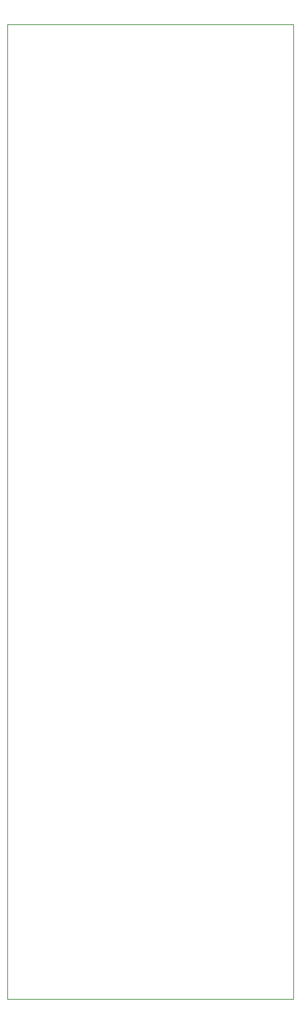
<source format=gko>
G04 Layer: BoardOutlineLayer*
G04 EasyEDA v6.5.47, 2024-11-13 16:13:54*
G04 1c16752ac9c043d0a5978040c22a04db,28dbc4cd0de04f76b295d4d1f3f9c80b,10*
G04 Gerber Generator version 0.2*
G04 Scale: 100 percent, Rotated: No, Reflected: No *
G04 Dimensions in millimeters *
G04 leading zeros omitted , absolute positions ,4 integer and 5 decimal *
%FSLAX45Y45*%
%MOMM*%

%ADD10C,0.2540*%
D10*
X0Y0D02*
G01*
X9999979Y0D01*
X9999979Y-33999932D01*
X0Y-33999932D01*
X0Y0D01*

%LPD*%
M02*

</source>
